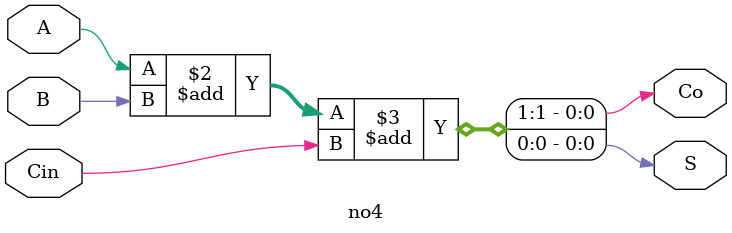
<source format=v>
module no4(A, B, Cin, S, Co);
    input A, B, Cin;
    output reg S, Co;
    
    always@(*)
    begin
        {Co, S} = A+B+Cin;
    end
endmodule

</source>
